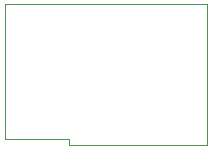
<source format=gko>
%FSLAX46Y46*%
%MOMM*%
%ADD10C,0.010000*%
G01*
G01*
%LPD*%
D10*
X1000000Y-6000000D02*
X1000000Y-5500000D01*
D10*
X1000000Y-5500000D02*
X-4375000Y-5500000D01*
D10*
X-4375000Y-5500000D02*
X-4375000Y6000000D01*
D10*
X-4375000Y6000000D02*
X12750000Y6000000D01*
D10*
X12750000Y6000000D02*
X12750000Y-6000000D01*
D10*
X12750000Y-6000000D02*
X1000000Y-6000000D01*
G75*
M02*

</source>
